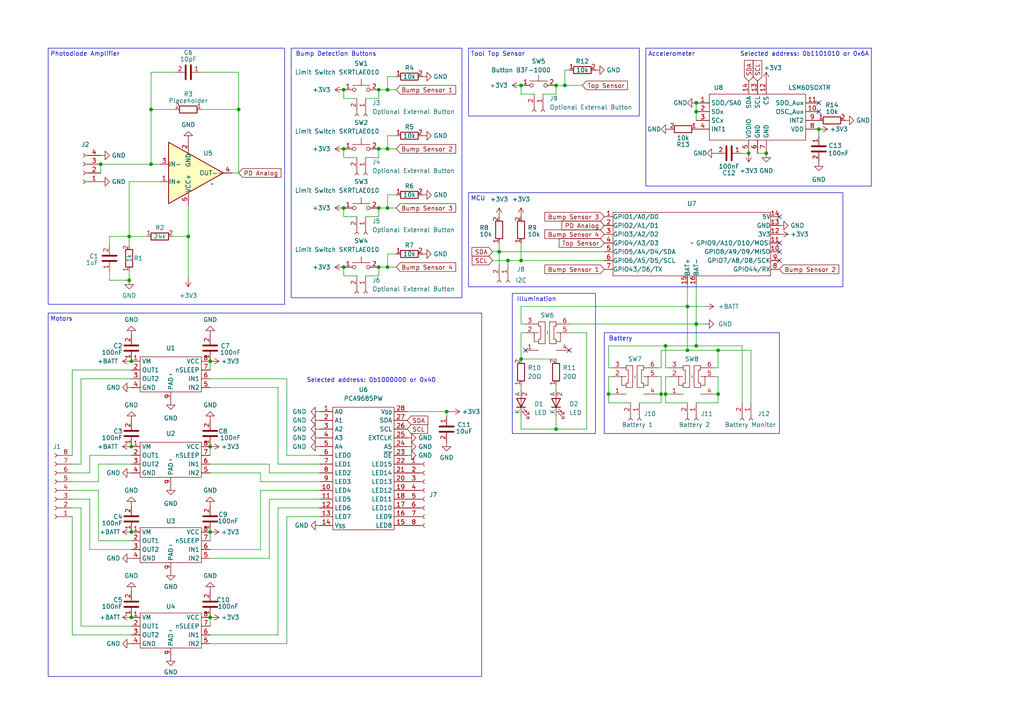
<source format=kicad_sch>
(kicad_sch (version 20230121) (generator eeschema)
  (paper "A4")
  (junction (at 191.77 114.3))
  (junction (at 151.13 24.765))
  (junction (at 199.39 101.6))
  (junction (at 222.25 44.45))
  (junction (at 201.93 29.845))
  (junction (at 112.395 60.325))
  (junction (at 129.54 119.38))
  (junction (at 201.93 100.33))
  (junction (at 112.395 43.18))
  (junction (at 151.13 75.565))
  (junction (at 60.96 104.775))
  (junction (at 217.17 44.45))
  (junction (at 60.96 179.07))
  (junction (at 161.29 24.765))
  (junction (at 37.465 68.58))
  (junction (at 38.1 104.775))
  (junction (at 237.49 37.465))
  (junction (at 161.29 124.46))
  (junction (at 151.13 104.14))
  (junction (at 109.855 77.47))
  (junction (at 29.21 47.625))
  (junction (at 99.695 77.47))
  (junction (at 99.695 60.325))
  (junction (at 193.04 114.3))
  (junction (at 109.855 60.325))
  (junction (at 199.39 88.9))
  (junction (at 60.96 129.54))
  (junction (at 176.53 114.3))
  (junction (at 99.695 26.035))
  (junction (at 147.32 75.565))
  (junction (at 144.78 73.025))
  (junction (at 99.695 43.18))
  (junction (at 37.465 81.28))
  (junction (at 109.855 26.035))
  (junction (at 208.28 114.3))
  (junction (at 43.815 31.75))
  (junction (at 163.83 24.765))
  (junction (at 201.93 32.385))
  (junction (at 43.815 47.625))
  (junction (at 38.1 129.54))
  (junction (at 112.395 77.47))
  (junction (at 193.04 100.33))
  (junction (at 38.1 179.07))
  (junction (at 112.395 26.035))
  (junction (at 109.855 43.18))
  (junction (at 38.1 154.305))
  (junction (at 208.28 101.6))
  (junction (at 60.96 154.305))
  (junction (at 69.215 31.75))
  (junction (at 54.61 68.58))
  (junction (at 201.93 93.98))
  (no_connect (at 237.49 29.845))
  (no_connect (at 226.06 73.025))
  (no_connect (at 152.4 101.6))
  (no_connect (at 165.1 101.6))
  (no_connect (at 226.06 62.865))
  (no_connect (at 237.49 32.385))
  (no_connect (at 226.06 75.565))
  (no_connect (at 226.06 70.485))
  (wire (pts (xy 92.71 142.24) (xy 75.565 142.24)))
  (wire (pts (xy 152.4 96.52) (xy 151.13 96.52)))
  (wire (pts (xy 144.78 70.485) (xy 144.78 73.025)))
  (wire (pts (xy 106.045 80.01) (xy 109.855 80.01)))
  (wire (pts (xy 92.71 134.62) (xy 80.645 134.62)))
  (wire (pts (xy 78.105 161.925) (xy 60.96 161.925)))
  (wire (pts (xy 109.855 28.575) (xy 109.855 26.035)))
  (wire (pts (xy 217.805 101.6) (xy 217.805 116.84)))
  (wire (pts (xy 176.53 106.68) (xy 176.53 100.33)))
  (wire (pts (xy 151.13 93.98) (xy 151.13 88.9)))
  (wire (pts (xy 26.035 159.385) (xy 26.035 144.78)))
  (wire (pts (xy 191.77 101.6) (xy 199.39 101.6)))
  (wire (pts (xy 151.13 124.46) (xy 161.29 124.46)))
  (wire (pts (xy 129.54 119.38) (xy 130.81 119.38)))
  (wire (pts (xy 58.42 20.955) (xy 69.215 20.955)))
  (wire (pts (xy 23.495 147.32) (xy 23.495 181.61)))
  (wire (pts (xy 201.93 93.98) (xy 204.47 93.98)))
  (wire (pts (xy 26.035 137.16) (xy 26.035 132.08)))
  (wire (pts (xy 26.035 144.78) (xy 20.955 144.78)))
  (wire (pts (xy 144.78 73.025) (xy 175.26 73.025)))
  (wire (pts (xy 75.565 137.16) (xy 60.96 137.16)))
  (wire (pts (xy 190.5 114.3) (xy 191.77 114.3)))
  (wire (pts (xy 201.93 29.845) (xy 201.93 32.385)))
  (wire (pts (xy 129.54 119.38) (xy 129.54 120.65)))
  (wire (pts (xy 165.1 96.52) (xy 170.18 96.52)))
  (wire (pts (xy 106.045 45.72) (xy 109.855 45.72)))
  (wire (pts (xy 176.53 114.3) (xy 176.53 109.22)))
  (wire (pts (xy 208.28 116.84) (xy 208.28 114.3)))
  (wire (pts (xy 193.04 116.84) (xy 193.04 114.3)))
  (wire (pts (xy 112.395 39.37) (xy 114.935 39.37)))
  (wire (pts (xy 207.01 114.3) (xy 208.28 114.3)))
  (wire (pts (xy 50.165 68.58) (xy 54.61 68.58)))
  (wire (pts (xy 151.13 93.98) (xy 152.4 93.98)))
  (wire (pts (xy 201.93 100.33) (xy 215.265 100.33)))
  (wire (pts (xy 92.71 137.16) (xy 78.105 137.16)))
  (wire (pts (xy 29.21 47.625) (xy 43.815 47.625)))
  (wire (pts (xy 112.395 77.47) (xy 114.935 77.47)))
  (wire (pts (xy 103.505 28.575) (xy 99.695 28.575)))
  (wire (pts (xy 208.28 101.6) (xy 217.805 101.6)))
  (wire (pts (xy 201.93 82.55) (xy 201.93 93.98)))
  (wire (pts (xy 112.395 73.66) (xy 114.935 73.66)))
  (wire (pts (xy 109.855 26.035) (xy 112.395 26.035)))
  (wire (pts (xy 147.32 75.565) (xy 147.32 76.835)))
  (wire (pts (xy 161.29 120.65) (xy 161.29 124.46)))
  (wire (pts (xy 20.955 137.16) (xy 26.035 137.16)))
  (wire (pts (xy 20.955 139.7) (xy 28.575 139.7)))
  (wire (pts (xy 58.42 31.75) (xy 69.215 31.75)))
  (wire (pts (xy 75.565 139.7) (xy 75.565 137.16)))
  (wire (pts (xy 144.78 73.025) (xy 144.78 76.835)))
  (wire (pts (xy 92.71 149.86) (xy 83.185 149.86)))
  (wire (pts (xy 103.505 62.865) (xy 99.695 62.865)))
  (wire (pts (xy 60.96 179.07) (xy 60.96 181.61)))
  (wire (pts (xy 207.01 109.22) (xy 208.28 109.22)))
  (wire (pts (xy 215.265 44.45) (xy 217.17 44.45)))
  (wire (pts (xy 151.13 111.76) (xy 151.13 113.03)))
  (wire (pts (xy 106.045 62.865) (xy 109.855 62.865)))
  (wire (pts (xy 37.465 68.58) (xy 31.75 68.58)))
  (wire (pts (xy 20.955 147.32) (xy 23.495 147.32)))
  (wire (pts (xy 43.815 20.955) (xy 50.8 20.955)))
  (wire (pts (xy 75.565 159.385) (xy 60.96 159.385)))
  (wire (pts (xy 199.39 116.84) (xy 193.04 116.84)))
  (wire (pts (xy 28.575 142.24) (xy 28.575 156.845)))
  (wire (pts (xy 78.105 137.16) (xy 78.105 134.62)))
  (wire (pts (xy 177.8 106.68) (xy 176.53 106.68)))
  (wire (pts (xy 237.49 39.37) (xy 237.49 37.465)))
  (wire (pts (xy 161.29 111.76) (xy 161.29 113.03)))
  (wire (pts (xy 161.29 24.765) (xy 163.83 24.765)))
  (wire (pts (xy 92.71 132.08) (xy 83.185 132.08)))
  (wire (pts (xy 20.955 107.315) (xy 38.1 107.315)))
  (wire (pts (xy 92.71 139.7) (xy 75.565 139.7)))
  (wire (pts (xy 191.77 106.68) (xy 191.77 101.6)))
  (wire (pts (xy 69.215 31.75) (xy 69.215 50.165)))
  (wire (pts (xy 103.505 45.72) (xy 99.695 45.72)))
  (wire (pts (xy 193.04 100.33) (xy 201.93 100.33)))
  (wire (pts (xy 43.815 20.955) (xy 43.815 31.75)))
  (wire (pts (xy 60.96 129.54) (xy 60.96 132.08)))
  (wire (pts (xy 80.645 184.15) (xy 60.96 184.15)))
  (wire (pts (xy 20.955 142.24) (xy 28.575 142.24)))
  (wire (pts (xy 163.83 24.765) (xy 168.91 24.765)))
  (wire (pts (xy 37.465 52.705) (xy 37.465 68.58)))
  (wire (pts (xy 80.645 134.62) (xy 80.645 112.395)))
  (wire (pts (xy 69.215 20.955) (xy 69.215 31.75)))
  (wire (pts (xy 43.815 47.625) (xy 46.355 47.625)))
  (wire (pts (xy 118.11 119.38) (xy 129.54 119.38)))
  (wire (pts (xy 112.395 60.325) (xy 112.395 56.515)))
  (wire (pts (xy 142.875 73.025) (xy 144.78 73.025)))
  (wire (pts (xy 215.265 100.33) (xy 215.265 116.84)))
  (wire (pts (xy 83.185 132.08) (xy 83.185 109.855)))
  (wire (pts (xy 83.185 149.86) (xy 83.185 186.69)))
  (wire (pts (xy 23.495 109.855) (xy 38.1 109.855)))
  (wire (pts (xy 151.13 88.9) (xy 199.39 88.9)))
  (wire (pts (xy 199.39 101.6) (xy 208.28 101.6)))
  (wire (pts (xy 151.13 120.65) (xy 151.13 124.46)))
  (wire (pts (xy 20.955 149.86) (xy 20.955 184.15)))
  (wire (pts (xy 54.61 59.69) (xy 54.61 68.58)))
  (wire (pts (xy 112.395 43.18) (xy 112.395 39.37)))
  (wire (pts (xy 199.39 88.9) (xy 204.47 88.9)))
  (wire (pts (xy 20.955 184.15) (xy 38.1 184.15)))
  (wire (pts (xy 28.575 134.62) (xy 38.1 134.62)))
  (wire (pts (xy 201.93 32.385) (xy 201.93 34.925)))
  (wire (pts (xy 69.215 50.165) (xy 67.31 50.165)))
  (wire (pts (xy 193.04 114.3) (xy 193.04 109.22)))
  (wire (pts (xy 28.575 139.7) (xy 28.575 134.62)))
  (wire (pts (xy 99.695 62.865) (xy 99.695 60.325)))
  (wire (pts (xy 201.93 93.98) (xy 201.93 100.33)))
  (wire (pts (xy 54.61 68.58) (xy 54.61 80.645)))
  (wire (pts (xy 46.355 52.705) (xy 37.465 52.705)))
  (wire (pts (xy 170.18 124.46) (xy 170.18 96.52)))
  (wire (pts (xy 161.29 124.46) (xy 170.18 124.46)))
  (wire (pts (xy 193.04 109.22) (xy 194.31 109.22)))
  (wire (pts (xy 80.645 112.395) (xy 60.96 112.395)))
  (wire (pts (xy 75.565 142.24) (xy 75.565 159.385)))
  (wire (pts (xy 60.96 134.62) (xy 78.105 134.62)))
  (wire (pts (xy 182.88 116.84) (xy 176.53 116.84)))
  (wire (pts (xy 191.77 109.22) (xy 190.5 109.22)))
  (wire (pts (xy 99.695 80.01) (xy 99.695 77.47)))
  (wire (pts (xy 99.695 28.575) (xy 99.695 26.035)))
  (wire (pts (xy 31.75 78.74) (xy 31.75 81.28)))
  (wire (pts (xy 185.42 116.84) (xy 191.77 116.84)))
  (wire (pts (xy 161.29 27.305) (xy 161.29 24.765)))
  (wire (pts (xy 109.855 43.18) (xy 112.395 43.18)))
  (wire (pts (xy 83.185 186.69) (xy 60.96 186.69)))
  (wire (pts (xy 112.395 26.035) (xy 114.935 26.035)))
  (wire (pts (xy 201.93 116.84) (xy 208.28 116.84)))
  (wire (pts (xy 163.83 20.32) (xy 163.83 24.765)))
  (wire (pts (xy 112.395 77.47) (xy 112.395 73.66)))
  (wire (pts (xy 109.855 77.47) (xy 112.395 77.47)))
  (wire (pts (xy 191.77 114.3) (xy 191.77 109.22)))
  (wire (pts (xy 112.395 60.325) (xy 114.935 60.325)))
  (wire (pts (xy 165.1 20.32) (xy 163.83 20.32)))
  (wire (pts (xy 199.39 88.9) (xy 199.39 101.6)))
  (wire (pts (xy 28.575 156.845) (xy 38.1 156.845)))
  (wire (pts (xy 151.13 75.565) (xy 175.26 75.565)))
  (wire (pts (xy 80.645 147.32) (xy 80.645 184.15)))
  (wire (pts (xy 151.13 70.485) (xy 151.13 75.565)))
  (wire (pts (xy 142.875 75.565) (xy 147.32 75.565)))
  (wire (pts (xy 157.48 27.305) (xy 161.29 27.305)))
  (wire (pts (xy 109.855 80.01) (xy 109.855 77.47)))
  (wire (pts (xy 176.53 114.3) (xy 177.8 114.3)))
  (wire (pts (xy 99.695 45.72) (xy 99.695 43.18)))
  (wire (pts (xy 208.28 114.3) (xy 208.28 109.22)))
  (wire (pts (xy 92.71 147.32) (xy 80.645 147.32)))
  (wire (pts (xy 42.545 68.58) (xy 37.465 68.58)))
  (wire (pts (xy 31.75 68.58) (xy 31.75 71.12)))
  (wire (pts (xy 78.105 144.78) (xy 78.105 161.925)))
  (wire (pts (xy 37.465 68.58) (xy 37.465 71.12)))
  (wire (pts (xy 83.185 109.855) (xy 60.96 109.855)))
  (wire (pts (xy 43.815 31.75) (xy 43.815 47.625)))
  (wire (pts (xy 193.04 114.3) (xy 194.31 114.3)))
  (wire (pts (xy 176.53 116.84) (xy 176.53 114.3)))
  (wire (pts (xy 106.045 28.575) (xy 109.855 28.575)))
  (wire (pts (xy 208.28 106.68) (xy 207.01 106.68)))
  (wire (pts (xy 43.815 31.75) (xy 50.8 31.75)))
  (wire (pts (xy 151.13 27.305) (xy 151.13 24.765)))
  (wire (pts (xy 193.04 100.33) (xy 193.04 106.68)))
  (wire (pts (xy 193.04 106.68) (xy 194.31 106.68)))
  (wire (pts (xy 151.13 96.52) (xy 151.13 104.14)))
  (wire (pts (xy 191.77 106.68) (xy 190.5 106.68)))
  (wire (pts (xy 112.395 56.515) (xy 114.935 56.515)))
  (wire (pts (xy 154.94 27.305) (xy 151.13 27.305)))
  (wire (pts (xy 23.495 181.61) (xy 38.1 181.61)))
  (wire (pts (xy 20.955 132.08) (xy 20.955 107.315)))
  (wire (pts (xy 38.1 159.385) (xy 26.035 159.385)))
  (wire (pts (xy 112.395 26.035) (xy 112.395 22.225)))
  (wire (pts (xy 92.71 144.78) (xy 78.105 144.78)))
  (wire (pts (xy 151.13 104.14) (xy 161.29 104.14)))
  (wire (pts (xy 112.395 22.225) (xy 114.935 22.225)))
  (wire (pts (xy 109.855 45.72) (xy 109.855 43.18)))
  (wire (pts (xy 165.1 93.98) (xy 201.93 93.98)))
  (wire (pts (xy 23.495 134.62) (xy 23.495 109.855)))
  (wire (pts (xy 112.395 43.18) (xy 114.935 43.18)))
  (wire (pts (xy 60.96 154.305) (xy 60.96 156.845)))
  (wire (pts (xy 176.53 109.22) (xy 177.8 109.22)))
  (wire (pts (xy 219.71 44.45) (xy 222.25 44.45)))
  (wire (pts (xy 31.75 81.28) (xy 37.465 81.28)))
  (wire (pts (xy 147.32 75.565) (xy 151.13 75.565)))
  (wire (pts (xy 37.465 78.74) (xy 37.465 81.28)))
  (wire (pts (xy 29.21 47.625) (xy 29.21 50.165)))
  (wire (pts (xy 20.955 134.62) (xy 23.495 134.62)))
  (wire (pts (xy 208.28 101.6) (xy 208.28 106.68)))
  (wire (pts (xy 191.77 116.84) (xy 191.77 114.3)))
  (wire (pts (xy 109.855 60.325) (xy 112.395 60.325)))
  (wire (pts (xy 60.96 104.775) (xy 60.96 107.315)))
  (wire (pts (xy 199.39 82.55) (xy 199.39 88.9)))
  (wire (pts (xy 103.505 80.01) (xy 99.695 80.01)))
  (wire (pts (xy 109.855 62.865) (xy 109.855 60.325)))
  (wire (pts (xy 176.53 100.33) (xy 193.04 100.33)))
  (wire (pts (xy 26.035 132.08) (xy 38.1 132.08)))
  (rectangle (start 187.325 13.97) (end 252.73 53.975))
  (rectangle (start 175.26 96.52) (end 226.06 125.73))
  (rectangle (start 84.455 13.97) (end 133.985 86.36))
  (rectangle (start 13.97 90.805) (end 139.7 196.215))
  (rectangle (start 135.89 13.97) (end 185.42 33.655))
  (rectangle (start 135.89 55.88) (end 244.475 83.185))
  (rectangle (start 13.97 13.97) (end 82.55 88.265))
  (rectangle (start 148.59 85.09) (end 172.72 125.73))
  (text "Battery" (at 176.53 99.06 0) (effects (font (size 1.27 1.27)) (justify left bottom)))
  (text "Accelerometer" (at 187.96 16.51 0) (effects (font (size 1.27 1.27)) (justify left bottom)))
  (text "Tool Top Sensor" (at 136.525 16.51 0) (effects (font (size 1.27 1.27)) (justify left bottom)))
  (text "Selected address: 0b1101010 or 0x6A" (at 214.63 16.51 0) (effects (font (size 1.27 1.27)) (justify left bottom)))
  (text "MCU" (at 136.525 58.42 0) (effects (font (size 1.27 1.27)) (justify left bottom)))
  (text "Selected address: 0b1000000 or 0x40" (at 88.9 111.125 0) (effects (font (size 1.27 1.27)) (justify left bottom)))
  (text "Illumination" (at 149.86 87.63 0) (effects (font (size 1.27 1.27)) (justify left bottom)))
  (text "Photodiode Amplifier" (at 14.605 16.51 0) (effects (font (size 1.27 1.27)) (justify left bottom)))
  (text "Motors" (at 14.605 93.345 0) (effects (font (size 1.27 1.27)) (justify left bottom)))
  (text "Bump Detection Buttons" (at 85.725 16.51 0) (effects (font (size 1.27 1.27)) (justify left bottom)))
  (global_label "Bump Sensor 1" (shape input) (at 175.26 78.105 180) (property "Intersheetrefs" "${INTERSHEET_REFS}" (effects hide)))
  (global_label "Top Sensor" (shape input) (at 175.26 70.485 180) (property "Intersheetrefs" "${INTERSHEET_REFS}" (effects hide)))
  (global_label "Bump Sensor 3" (shape input) (at 114.935 60.325 0) (property "Intersheetrefs" "${INTERSHEET_REFS}" (effects hide)))
  (global_label "PD Analog" (shape input) (at 69.215 50.165 0) (property "Intersheetrefs" "${INTERSHEET_REFS}" (effects hide)))
  (global_label "Bump Sensor 4" (shape input) (at 175.26 67.945 180) (property "Intersheetrefs" "${INTERSHEET_REFS}" (effects hide)))
  (global_label "SCL" (shape input) (at 142.875 75.565 180) (property "Intersheetrefs" "${INTERSHEET_REFS}" (effects hide)))
  (global_label "SDA" (shape input) (at 142.875 73.025 180) (property "Intersheetrefs" "${INTERSHEET_REFS}" (effects hide)))
  (global_label "SDA" (shape input) (at 118.11 121.92 0) (property "Intersheetrefs" "${INTERSHEET_REFS}" (effects hide)))
  (global_label "PD Analog" (shape input) (at 175.26 65.405 180) (property "Intersheetrefs" "${INTERSHEET_REFS}" (effects hide)))
  (global_label "Top Sensor" (shape input) (at 168.91 24.765 0) (property "Intersheetrefs" "${INTERSHEET_REFS}" (effects hide)))
  (global_label "Bump Sensor 2" (shape input) (at 226.06 78.105 0) (property "Intersheetrefs" "${INTERSHEET_REFS}" (effects hide)))
  (global_label "SCL" (shape input) (at 118.11 124.46 0) (property "Intersheetrefs" "${INTERSHEET_REFS}" (effects hide)))
  (global_label "Bump Sensor 4" (shape input) (at 114.935 77.47 0) (property "Intersheetrefs" "${INTERSHEET_REFS}" (effects hide)))
  (global_label "Bump Sensor 2" (shape input) (at 114.935 43.18 0) (property "Intersheetrefs" "${INTERSHEET_REFS}" (effects hide)))
  (global_label "Bump Sensor 1" (shape input) (at 114.935 26.035 0) (property "Intersheetrefs" "${INTERSHEET_REFS}" (effects hide)))
  (global_label "Bump Sensor 3" (shape input) (at 175.26 62.865 180) (property "Intersheetrefs" "${INTERSHEET_REFS}" (effects hide)))
  (global_label "SCL" (shape input) (at 219.71 23.495 90) (property "Intersheetrefs" "${INTERSHEET_REFS}" (effects hide)))
  (global_label "SDA" (shape input) (at 217.17 23.495 90) (property "Intersheetrefs" "${INTERSHEET_REFS}" (effects hide)))
  (symbol (lib_id "Swarm Symbols:Conn_01x08_Socket") (at 123.19 142.24 0) (unit 1) (in_bom no)
    (property "Reference" "J7" (at 124.46 143.51 0) (effects (justify left)))
    (property "Value" "Conn_01x08_Socket" (effects hide))
    (property "Footprint" "Swarm Footprints:PinHeader_1x08_P2.54mm_Vertical" (effects hide))
  )
  (symbol (lib_id "power:+3V3") (at 151.13 62.865 0) (unit 1)
    (property "Reference" "#PWR050" (effects hide))
    (property "Value" "+3V3" (at 151.13 57.785 0))
  )
  (symbol (lib_id "power:+BATT") (at 38.1 179.07 90) (unit 1)
    (property "Reference" "#PWR014" (effects hide))
    (property "Value" "+BATT" (at 34.925 179.07 90) (effects (justify left)))
  )
  (symbol (lib_id "power:GND") (at 38.1 121.92 180) (unit 1)
    (property "Reference" "#PWR07" (effects hide))
    (property "Value" "GND" (at 38.1 117.475 0))
  )
  (symbol (lib_id "power:+3V3") (at 60.96 104.775 270) (unit 1)
    (property "Reference" "#PWR023" (effects hide))
    (property "Value" "+3V3" (at 64.135 104.775 90) (effects (justify left)))
  )
  (symbol (lib_id "power:GND") (at 201.93 29.845 270) (unit 1)
    (property "Reference" "#PWR053" (effects hide))
    (property "Value" "GND" (at 199.39 29.845 90) (effects (justify right)))
  )
  (symbol (lib_id "Swarm Symbols:Conn_01x02_Socket") (at 147.32 81.915 270) (unit 1) (in_bom no)
    (property "Reference" "J8" (at 149.86 78.105 90) (effects (justify left)))
    (property "Value" "I2C" (at 151.13 81.28 90))
    (property "Footprint" "Swarm Footprints:PinHeader_1x02_P2.54mm_Vertical" (effects hide))
  )
  (symbol (lib_id "power:+3V3") (at 99.695 60.325 90) (unit 1)
    (property "Reference" "#PWR038" (effects hide))
    (property "Value" "+3V3" (at 95.885 60.325 90) (effects (justify left)))
  )
  (symbol (lib_id "power:GND") (at 49.53 190.5 0) (unit 1)
    (property "Reference" "#PWR019" (effects hide))
    (property "Value" "GND" (at 49.53 194.945 0))
  )
  (symbol (lib_id "power:GND") (at 60.96 171.45 180) (unit 1)
    (property "Reference" "#PWR028" (effects hide))
    (property "Value" "GND" (at 60.96 167.005 0))
  )
  (symbol (lib_id "power:GND") (at 37.465 81.28 0) (unit 1)
    (property "Reference" "#PWR03" (effects hide))
    (property "Value" "GND" (at 37.465 85.725 0))
  )
  (symbol (lib_id "power:+3V3") (at 99.695 26.035 90) (unit 1)
    (property "Reference" "#PWR036" (effects hide))
    (property "Value" "+3V3" (at 95.885 26.035 90) (effects (justify left)))
  )
  (symbol (lib_id "Swarm Symbols:24k") (at 46.355 68.58 0) (unit 1)
    (property "Reference" "R2" (at 46.355 66.04 0))
    (property "Value" "24k" (at 46.355 68.58 0))
    (property "Footprint" "Swarm Footprints:R_0402_1005Metric" (effects hide))
    (property "LCSC" "C25769" (effects hide))
  )
  (symbol (lib_id "Swarm Symbols:JST Connector") (at 201.93 121.92 270) (unit 1)
    (property "Reference" "J11" (at 203.2 120.015 90) (effects (justify left)))
    (property "Value" "Battery 2" (at 196.85 123.19 90) (effects (justify left)))
    (property "Footprint" "Swarm Footprints:JST_PH_B2B-PH-SM4-TB_1x02-1MP_P2.00mm_Vertical" (effects hide))
    (property "LCSC" "C160352" (effects hide))
  )
  (symbol (lib_id "Swarm Symbols:1uF") (at 31.75 74.93 90) (unit 1)
    (property "Reference" "C1" (at 28.575 74.295 90) (effects (justify left)))
    (property "Value" "1uF" (at 28.575 76.2 90) (effects (justify left)))
    (property "Footprint" "Swarm Footprints:C_0402_1005Metric" (effects hide))
    (property "LCSC" "C52923" (effects hide))
  )
  (symbol (lib_id "Swarm Symbols:JST Connector") (at 185.42 121.92 270) (unit 1)
    (property "Reference" "J10" (at 186.69 120.015 90) (effects (justify left)))
    (property "Value" "Battery 1" (at 180.34 123.19 90) (effects (justify left)))
    (property "Footprint" "Swarm Footprints:JST_PH_B2B-PH-SM4-TB_1x02-1MP_P2.00mm_Vertical" (effects hide))
    (property "LCSC" "C160352" (effects hide))
  )
  (symbol (lib_id "Swarm Symbols:100nF") (at 60.96 175.26 90) (unit 1)
    (property "Reference" "C10" (at 66.675 173.99 90) (effects (justify left)))
    (property "Value" "100nF" (at 69.215 175.895 90) (effects (justify left)))
    (property "Footprint" "Swarm Footprints:C_0402_1005Metric" (effects hide))
    (property "LCSC" "C307331" (effects hide))
  )
  (symbol (lib_id "Swarm Symbols:100nF") (at 237.49 43.18 270) (unit 1)
    (property "Reference" "C13" (at 242.2525 42.2275 90))
    (property "Value" "100nF" (at 243.205 44.45 90))
    (property "Footprint" "Swarm Footprints:C_0402_1005Metric" (effects hide))
    (property "LCSC" "C307331" (effects hide))
  )
  (symbol (lib_id "Swarm Symbols:DRV8837") (at 49.53 182.88 0) (unit 1)
    (property "Reference" "U4" (at 49.53 175.895 0))
    (property "Value" "~" (at 49.53 182.88 0))
    (property "Footprint" "Swarm Footprints:WSON-8-EP(2x2)" (effects hide))
    (property "LCSC" "C39159" (effects hide))
  )
  (symbol (lib_id "Swarm Symbols:MS-22D280-G020") (at 184.15 109.22 90) (unit 1)
    (property "Reference" "SW7" (at 184.15 104.14 90))
    (property "Value" "~" (at 184.15 109.22 0))
    (property "Footprint" "Swarm Footprints:MS-22D28-G020" (effects hide))
    (property "LCSC" "C963205" (effects hide))
  )
  (symbol (lib_id "Swarm Symbols:100nF") (at 60.96 150.495 90) (unit 1)
    (property "Reference" "C9" (at 66.04 149.225 90) (effects (justify left)))
    (property "Value" "100nF" (at 69.215 151.13 90) (effects (justify left)))
    (property "Footprint" "Swarm Footprints:C_0402_1005Metric" (effects hide))
    (property "LCSC" "C307331" (effects hide))
  )
  (symbol (lib_id "Swarm Symbols:10uF") (at 129.54 124.46 270) (unit 1)
    (property "Reference" "C11" (at 134.62 123.19 90))
    (property "Value" "10uF" (at 134.62 125.095 90))
    (property "Footprint" "Swarm Footprints:C_0603_1608Metric" (effects hide))
    (property "LCSC" "C96446" (effects hide))
  )
  (symbol (lib_id "power:GND") (at 92.71 124.46 270) (unit 1)
    (property "Reference" "#PWR032" (effects hide))
    (property "Value" "GND" (at 88.9 124.46 90) (effects (justify right)))
  )
  (symbol (lib_id "Swarm Symbols:1k") (at 37.465 74.93 90) (unit 1)
    (property "Reference" "R1" (at 38.735 74.93 90) (effects (justify right)))
    (property "Value" "1k" (at 37.465 73.66 0) (effects (justify right)))
    (property "Footprint" "Swarm Footprints:R_0402_1005Metric" (effects hide))
    (property "LCSC" "C11702" (effects hide))
  )
  (symbol (lib_id "power:+3V3") (at 237.49 37.465 270) (unit 1)
    (property "Reference" "#PWR062" (effects hide))
    (property "Value" "+3V3" (at 240.665 37.465 90) (effects (justify left)))
  )
  (symbol (lib_id "Swarm Symbols:LMV321") (at 57.15 50.165 0) (unit 1)
    (property "Reference" "U5" (at 60.325 44.45 0))
    (property "Value" "~" (at 60.96 53.34 0) (effects (justify left)))
    (property "Footprint" "Swarm Footprints:SOT-23-5" (effects hide))
    (property "LCSC" "C395459" (effects hide))
  )
  (symbol (lib_id "Swarm Symbols:10k") (at 118.745 39.37 0) (unit 1)
    (property "Reference" "R5" (at 118.745 36.83 0))
    (property "Value" "10k" (at 118.745 39.37 0))
    (property "Footprint" "Swarm Footprints:R_0402_1005Metric" (effects hide))
    (property "LCSC" "C25744" (effects hide))
  )
  (symbol (lib_id "Swarm Symbols:10k") (at 118.745 56.515 0) (unit 1)
    (property "Reference" "R6" (at 118.745 53.975 0))
    (property "Value" "10k" (at 118.745 56.515 0))
    (property "Footprint" "Swarm Footprints:R_0402_1005Metric" (effects hide))
    (property "LCSC" "C25744" (effects hide))
  )
  (symbol (lib_id "power:GND") (at 245.11 34.925 90) (unit 1)
    (property "Reference" "#PWR064" (effects hide))
    (property "Value" "GND" (at 248.285 34.925 90) (effects (justify right)))
  )
  (symbol (lib_id "Swarm Symbols:Conn_01x02_Socket") (at 106.045 85.09 270) (unit 1) (in_bom no)
    (property "Reference" "J6" (at 107.95 81.28 90) (effects (justify left)))
    (property "Value" "Optional External Button" (at 107.95 83.82 90) (effects (justify left)))
    (property "Footprint" "Swarm Footprints:PinHeader_1x02_P2.54mm_Vertical" (effects hide))
  )
  (symbol (lib_id "power:GND") (at 92.71 121.92 270) (unit 1)
    (property "Reference" "#PWR031" (effects hide))
    (property "Value" "GND" (at 88.9 121.92 90) (effects (justify right)))
  )
  (symbol (lib_id "Swarm Symbols:10k") (at 168.91 20.32 0) (unit 1)
    (property "Reference" "R12" (at 168.91 17.78 0))
    (property "Value" "10k" (at 168.91 20.32 0))
    (property "Footprint" "Swarm Footprints:R_0402_1005Metric" (effects hide))
    (property "LCSC" "C25744" (effects hide))
  )
  (symbol (lib_id "power:+3V3") (at 99.695 43.18 90) (unit 1)
    (property "Reference" "#PWR037" (effects hide))
    (property "Value" "+3V3" (at 95.885 43.18 90) (effects (justify left)))
  )
  (symbol (lib_id "power:GND") (at 38.1 161.925 270) (unit 1)
    (property "Reference" "#PWR012" (effects hide))
    (property "Value" "GND" (at 34.925 161.925 90) (effects (justify right)))
  )
  (symbol (lib_id "power:GND") (at 92.71 127 270) (unit 1)
    (property "Reference" "#PWR033" (effects hide))
    (property "Value" "GND" (at 88.9 127 90) (effects (justify right)))
  )
  (symbol (lib_id "power:GND") (at 207.645 44.45 270) (unit 1)
    (property "Reference" "#PWR056" (effects hide))
    (property "Value" "GND" (at 205.105 44.45 90) (effects (justify right)))
  )
  (symbol (lib_id "power:GND") (at 118.11 129.54 90) (unit 1)
    (property "Reference" "#PWR041" (effects hide))
    (property "Value" "GND" (at 121.285 129.54 90) (effects (justify right)))
  )
  (symbol (lib_id "Swarm Symbols:Conn_01x02_Socket") (at 106.045 67.945 270) (unit 1) (in_bom no)
    (property "Reference" "J5" (at 107.95 64.135 90) (effects (justify left)))
    (property "Value" "Optional External Button" (at 107.95 66.675 90) (effects (justify left)))
    (property "Footprint" "Swarm Footprints:PinHeader_1x02_P2.54mm_Vertical" (effects hide))
  )
  (symbol (lib_id "power:GND") (at 122.555 56.515 90) (unit 1)
    (property "Reference" "#PWR044" (effects hide))
    (property "Value" "GND" (at 125.73 56.515 90) (effects (justify right)))
  )
  (symbol (lib_id "power:GND") (at 194.31 37.465 270) (unit 1)
    (property "Reference" "#PWR052" (effects hide))
    (property "Value" "GND" (at 191.77 37.465 90) (effects (justify right)))
  )
  (symbol (lib_id "Swarm Symbols:Conn_01x04_Socket") (at 24.13 50.165 180) (unit 1) (in_bom no)
    (property "Reference" "J2" (at 24.765 41.91 0))
    (property "Value" "Conn_01x04_Socket" (effects hide))
    (property "Footprint" "Swarm Footprints:PinHeader_1x04_P2.54mm_Vertical" (effects hide))
  )
  (symbol (lib_id "Swarm Symbols:100nF") (at 38.1 125.73 90) (unit 1)
    (property "Reference" "C3" (at 35.56 125.095 90) (effects (justify left)))
    (property "Value" "100nF" (at 35.56 127 90) (effects (justify left)))
    (property "Footprint" "Swarm Footprints:C_0402_1005Metric" (effects hide))
    (property "LCSC" "C307331" (effects hide))
  )
  (symbol (lib_id "Swarm Symbols:Limit Switch SKRTLAE010") (at 104.775 26.035 0) (unit 1)
    (property "Reference" "SW1" (at 104.775 18.415 0))
    (property "Value" "Limit Switch SKRTLAE010" (at 97.79 20.955 0))
    (property "Footprint" "Swarm Footprints:SW_Push_1P1T-MP_NO_Horizontal_Alps_SKRTLAE010" (effects hide))
    (property "LCSC" "C110293" (effects hide))
  )
  (symbol (lib_id "power:GND") (at 49.53 116.205 0) (unit 1)
    (property "Reference" "#PWR016" (effects hide))
    (property "Value" "GND" (at 49.53 121.285 0))
  )
  (symbol (lib_id "power:+3V3") (at 144.78 62.865 0) (unit 1)
    (property "Reference" "#PWR048" (effects hide))
    (property "Value" "+3V3" (at 144.78 57.785 0))
  )
  (symbol (lib_id "power:GND") (at 118.11 132.08 90) (unit 1)
    (property "Reference" "#PWR065" (effects hide))
    (property "Value" "GND" (at 121.285 132.08 90) (effects (justify right)))
  )
  (symbol (lib_id "power:GND") (at 60.96 97.155 180) (unit 1)
    (property "Reference" "#PWR022" (effects hide))
    (property "Value" "GND" (at 60.96 92.71 0))
  )
  (symbol (lib_id "Swarm Symbols:10k") (at 118.745 73.66 0) (unit 1)
    (property "Reference" "R7" (at 118.745 71.12 0))
    (property "Value" "10k" (at 118.745 73.66 0))
    (property "Footprint" "Swarm Footprints:R_0402_1005Metric" (effects hide))
    (property "LCSC" "C25744" (effects hide))
  )
  (symbol (lib_id "power:GND") (at 38.1 112.395 270) (unit 1)
    (property "Reference" "#PWR06" (effects hide))
    (property "Value" "GND" (at 34.925 112.395 90) (effects (justify right)))
  )
  (symbol (lib_id "Swarm Symbols:DRV8837") (at 49.53 108.585 0) (unit 1)
    (property "Reference" "U1" (at 49.53 100.965 0))
    (property "Value" "~" (at 49.53 108.585 0))
    (property "Footprint" "Swarm Footprints:WSON-8-EP(2x2)" (effects hide))
    (property "LCSC" "C39159" (effects hide))
  )
  (symbol (lib_id "Swarm Symbols:Gain Resistor") (at 54.61 31.75 180) (unit 1) (in_bom no)
    (property "Reference" "R3" (at 54.61 27.305 0))
    (property "Value" "Placeholder" (at 54.61 29.21 0))
    (property "Footprint" "Swarm Footprints:R_Axial_DIN0207_L6.3mm_D2.5mm_P10.16mm_Horizontal" (effects hide))
  )
  (symbol (lib_id "Swarm Symbols:100nF") (at 38.1 175.26 90) (unit 1)
    (property "Reference" "C5" (at 35.56 173.99 90) (effects (justify left)))
    (property "Value" "100nF" (at 35.56 175.895 90) (effects (justify left)))
    (property "Footprint" "Swarm Footprints:C_0402_1005Metric" (effects hide))
    (property "LCSC" "C307331" (effects hide))
  )
  (symbol (lib_id "power:GND") (at 222.25 44.45 0) (unit 1)
    (property "Reference" "#PWR059" (effects hide))
    (property "Value" "GND" (at 222.25 49.53 0))
  )
  (symbol (lib_id "Swarm Symbols:XIAO_ESP32S3") (at 200.66 70.485 0) (unit 1) (in_bom no)
    (property "Reference" "U7" (at 200.66 59.055 0))
    (property "Value" "~" (at 200.66 70.485 0))
    (property "Footprint" "Swarm Footprints:XIAO_ESP32S3" (effects hide))
  )
  (symbol (lib_id "power:GND") (at 92.71 129.54 270) (unit 1)
    (property "Reference" "#PWR034" (effects hide))
    (property "Value" "GND" (at 88.9 129.54 90) (effects (justify right)))
  )
  (symbol (lib_id "power:GND") (at 226.06 65.405 90) (unit 1)
    (property "Reference" "#PWR060" (effects hide))
    (property "Value" "GND" (at 229.235 65.405 90) (effects (justify right)))
  )
  (symbol (lib_id "Swarm Symbols:10pF") (at 54.61 20.955 180) (unit 1)
    (property "Reference" "C6" (at 54.61 15.24 0))
    (property "Value" "10pF" (at 54.61 17.145 0))
    (property "Footprint" "Swarm Footprints:C_0402_1005Metric" (effects hide))
    (property "LCSC" "C32949" (effects hide))
  )
  (symbol (lib_id "power:+3V3") (at 60.96 129.54 270) (unit 1)
    (property "Reference" "#PWR025" (effects hide))
    (property "Value" "+3V3" (at 64.135 129.54 90) (effects (justify left)))
  )
  (symbol (lib_id "Swarm Symbols:LSM6DSOXTR") (at 219.71 33.655 0) (unit 1)
    (property "Reference" "U8" (at 207.01 25.4 0) (effects (justify left)))
    (property "Value" "LSM6DSOXTR" (at 228.6 25.4 0) (effects (justify left)))
    (property "Footprint" "Swarm Footprints:LGA-14_3x2.5mm_P0.5mm_LayoutBorder3x4y" (effects hide))
    (property "LCSC" "C481766" (effects hide))
  )
  (symbol (lib_id "Swarm Symbols:100nF") (at 38.1 100.965 90) (unit 1)
    (property "Reference" "C2" (at 35.56 100.33 90) (effects (justify left)))
    (property "Value" "100nF" (at 35.56 102.235 90) (effects (justify left)))
    (property "Footprint" "Swarm Footprints:C_0402_1005Metric" (effects hide))
    (property "LCSC" "C307331" (effects hide))
  )
  (symbol (lib_id "Swarm Symbols:Limit Switch SKRTLAE010") (at 104.775 43.18 0) (unit 1)
    (property "Reference" "SW2" (at 104.775 35.56 0))
    (property "Value" "Limit Switch SKRTLAE010" (at 97.79 38.1 0))
    (property "Footprint" "Swarm Footprints:SW_Push_1P1T-MP_NO_Horizontal_Alps_SKRTLAE010" (effects hide))
    (property "LCSC" "C110293" (effects hide))
  )
  (symbol (lib_id "power:GND") (at 122.555 22.225 90) (unit 1)
    (property "Reference" "#PWR042" (effects hide))
    (property "Value" "GND" (at 125.73 22.225 90) (effects (justify right)))
  )
  (symbol (lib_id "power:GND") (at 129.54 128.27 0) (unit 1)
    (property "Reference" "#PWR046" (effects hide))
    (property "Value" "GND" (at 129.54 132.715 0))
  )
  (symbol (lib_id "power:+BATT") (at 38.1 104.775 90) (unit 1)
    (property "Reference" "#PWR05" (effects hide))
    (property "Value" "+BATT" (at 34.29 104.775 90) (effects (justify left)))
  )
  (symbol (lib_id "power:+3V3") (at 54.61 80.645 180) (unit 1)
    (property "Reference" "#PWR021" (effects hide))
    (property "Value" "+3V3" (at 54.61 85.725 0))
  )
  (symbol (lib_id "power:GND") (at 54.61 40.64 180) (unit 1)
    (property "Reference" "#PWR020" (effects hide))
    (property "Value" "GND" (at 54.61 36.195 0))
  )
  (symbol (lib_id "power:GND") (at 38.1 171.45 180) (unit 1)
    (property "Reference" "#PWR013" (effects hide))
    (property "Value" "GND" (at 38.1 167.005 0))
  )
  (symbol (lib_id "power:GND") (at 38.1 146.685 180) (unit 1)
    (property "Reference" "#PWR010" (effects hide))
    (property "Value" "GND" (at 38.1 142.24 0))
  )
  (symbol (lib_id "Swarm Symbols:MS-22D280-G020") (at 158.75 96.52 90) (unit 1)
    (property "Reference" "SW6" (at 158.75 91.44 90))
    (property "Value" "~" (at 158.75 96.52 0))
    (property "Footprint" "Swarm Footprints:MS-22D28-G020" (effects hide))
    (property "LCSC" "C963205" (effects hide))
  )
  (symbol (lib_id "power:+BATT") (at 204.47 88.9 270) (unit 1)
    (property "Reference" "#PWR054" (effects hide))
    (property "Value" "+BATT" (at 208.28 88.9 90) (effects (justify left)))
  )
  (symbol (lib_id "Swarm Symbols:DRV8837") (at 49.53 133.35 0) (unit 1)
    (property "Reference" "U2" (at 49.53 125.73 0))
    (property "Value" "~" (at 49.53 133.35 0))
    (property "Footprint" "Swarm Footprints:WSON-8-EP(2x2)" (effects hide))
    (property "LCSC" "C39159" (effects hide))
  )
  (symbol (lib_id "power:GND") (at 122.555 73.66 90) (unit 1)
    (property "Reference" "#PWR045" (effects hide))
    (property "Value" "GND" (at 125.73 73.66 90) (effects (justify right)))
  )
  (symbol (lib_id "power:GND") (at 38.1 186.69 270) (unit 1)
    (property "Reference" "#PWR015" (effects hide))
    (property "Value" "GND" (at 34.925 186.69 90) (effects (justify right)))
  )
  (symbol (lib_id "Swarm Symbols:LED") (at 161.29 116.84 90) (unit 1)
    (property "Reference" "D2" (at 165.1 117.1575 90) (effects (justify right)))
    (property "Value" "LED" (at 165.1 119.6975 90) (effects (justify right)))
    (property "Footprint" "Swarm Footprints:LED" (effects hide))
    (property "LCSC" "C282149" (effects hide))
  )
  (symbol (lib_id "power:GND") (at 237.49 46.99 0) (unit 1)
    (property "Reference" "#PWR063" (effects hide))
    (property "Value" "GND" (at 237.49 52.07 0))
  )
  (symbol (lib_id "Swarm Symbols:Button B3F-1000") (at 156.21 24.765 0) (unit 1) (in_bom no)
    (property "Reference" "SW5" (at 156.21 17.78 0))
    (property "Value" "Button B3F-1000" (at 151.13 20.32 0))
    (property "Footprint" "Swarm Footprints:SW_PUSH_6mm" (effects hide))
  )
  (symbol (lib_id "Swarm Symbols:20R") (at 161.29 107.95 90) (unit 1)
    (property "Reference" "R11" (at 163.195 106.68 90) (effects (justify right)))
    (property "Value" "20Ω" (at 163.195 109.22 90) (effects (justify right)))
    (property "Footprint" "Swarm Footprints:R_1206_3216Metric" (effects hide))
    (property "LCSC" "C431908" (effects hide))
  )
  (symbol (lib_id "power:+BATT") (at 38.1 154.305 90) (unit 1)
    (property "Reference" "#PWR011" (effects hide))
    (property "Value" "+BATT" (at 34.925 154.305 90) (effects (justify left)))
  )
  (symbol (lib_id "power:+3V3") (at 130.81 119.38 270) (unit 1)
    (property "Reference" "#PWR047" (effects hide))
    (property "Value" "+3V3" (at 133.985 119.38 90) (effects (justify left)))
  )
  (symbol (lib_id "Swarm Symbols:Conn_01x02_Socket") (at 106.045 50.8 270) (unit 1) (in_bom no)
    (property "Reference" "J4" (at 107.95 46.99 90) (effects (justify left)))
    (property "Value" "Optional External Button" (at 107.95 49.53 90) (effects (justify left)))
    (property "Footprint" "Swarm Footprints:PinHeader_1x02_P2.54mm_Vertical" (effects hide))
  )
  (symbol (lib_id "Swarm Symbols:Conn_01x02_Socket") (at 217.805 121.92 270) (unit 1) (in_bom no)
    (property "Reference" "J12" (at 219.71 120.015 90) (effects (justify left)))
    (property "Value" "Battery Monitor" (at 210.185 123.19 90) (effects (justify left)))
    (property "Footprint" "Swarm Footprints:PinHeader_1x02_P2.54mm_Vertical" (effects hide))
  )
  (symbol (lib_id "Swarm Symbols:100nF") (at 211.455 44.45 180) (unit 1)
    (property "Reference" "C12" (at 211.455 50.165 0))
    (property "Value" "100nF" (at 211.455 48.26 0))
    (property "Footprint" "Swarm Footprints:C_0402_1005Metric" (effects hide))
    (property "LCSC" "C307331" (effects hide))
  )
  (symbol (lib_id "Swarm Symbols:10k") (at 144.78 66.675 90) (unit 1)
    (property "Reference" "R8" (at 139.065 66.04 90) (effects (justify right)))
    (property "Value" "10k" (at 139.065 67.945 90) (effects (justify right)))
    (property "Footprint" "Swarm Footprints:R_0402_1005Metric" (effects hide))
    (property "LCSC" "C25744" (effects hide))
  )
  (symbol (lib_id "Swarm Symbols:10k") (at 198.12 37.465 180) (unit 1)
    (property "Reference" "R13" (at 198.12 41.91 0))
    (property "Value" "10k" (at 198.12 40.005 0))
    (property "Footprint" "Swarm Footprints:R_0402_1005Metric" (effects hide))
    (property "LCSC" "C25744" (effects hide))
  )
  (symbol (lib_id "power:+3V3") (at 99.695 77.47 90) (unit 1)
    (property "Reference" "#PWR039" (effects hide))
    (property "Value" "+3V3" (at 95.885 77.47 90) (effects (justify left)))
  )
  (symbol (lib_id "Swarm Symbols:LED") (at 151.13 116.84 90) (unit 1)
    (property "Reference" "D1" (at 154.94 117.1575 90) (effects (justify right)))
    (property "Value" "LED" (at 154.94 119.6975 90) (effects (justify right)))
    (property "Footprint" "Swarm Footprints:LED" (effects hide))
    (property "LCSC" "C282149" (effects hide))
  )
  (symbol (lib_id "power:GND") (at 38.1 97.155 180) (unit 1)
    (property "Reference" "#PWR04" (effects hide))
    (property "Value" "GND" (at 38.1 92.71 0))
  )
  (symbol (lib_id "Swarm Symbols:10k") (at 241.3 34.925 0) (unit 1)
    (property "Reference" "R14" (at 241.3 30.48 0))
    (property "Value" "10k" (at 241.3 32.385 0))
    (property "Footprint" "Swarm Footprints:R_0402_1005Metric" (effects hide))
    (property "LCSC" "C25744" (effects hide))
  )
  (symbol (lib_id "Swarm Symbols:10k") (at 118.745 22.225 0) (unit 1)
    (property "Reference" "R4" (at 118.745 19.685 0))
    (property "Value" "10k" (at 118.745 22.225 0))
    (property "Footprint" "Swarm Footprints:R_0402_1005Metric" (effects hide))
    (property "LCSC" "C25744" (effects hide))
  )
  (symbol (lib_id "Swarm Symbols:PCA9685PW") (at 105.41 135.89 0) (unit 1)
    (property "Reference" "U6" (at 105.41 113.03 0))
    (property "Value" "PCA9685PW" (at 105.41 115.57 0))
    (property "Footprint" "Swarm Footprints:TSSOP-28_4.4x9.7mm_P0.65mm" (effects hide))
    (property "LCSC" "C2678753" (effects hide))
  )
  (symbol (lib_id "Swarm Symbols:Conn_01x02_Socket") (at 157.48 32.385 270) (unit 1) (in_bom no)
    (property "Reference" "J9" (at 159.385 28.575 90) (effects (justify left)))
    (property "Value" "Optional External Button" (at 159.385 31.115 90) (effects (justify left)))
    (property "Footprint" "Swarm Footprints:PinHeader_1x02_P2.54mm_Vertical" (effects hide))
  )
  (symbol (lib_id "power:GND") (at 29.21 52.705 90) (unit 1)
    (property "Reference" "#PWR02" (effects hide))
    (property "Value" "GND" (at 32.385 52.705 90) (effects (justify right)))
  )
  (symbol (lib_id "power:+3V3") (at 60.96 154.305 270) (unit 1)
    (property "Reference" "#PWR027" (effects hide))
    (property "Value" "+3V3" (at 64.135 154.305 90) (effects (justify left)))
  )
  (symbol (lib_id "Swarm Symbols:Limit Switch SKRTLAE010") (at 104.775 60.325 0) (unit 1)
    (property "Reference" "SW3" (at 104.775 52.705 0))
    (property "Value" "Limit Switch SKRTLAE010" (at 97.79 55.245 0))
    (property "Footprint" "Swarm Footprints:SW_Push_1P1T-MP_NO_Horizontal_Alps_SKRTLAE010" (effects hide))
    (property "LCSC" "C110293" (effects hide))
  )
  (symbol (lib_id "power:+3V3") (at 226.06 67.945 270) (unit 1)
    (property "Reference" "#PWR061" (effects hide))
    (property "Value" "+3V3" (at 229.235 67.945 90) (effects (justify left)))
  )
  (symbol (lib_id "Swarm Symbols:Conn_01x08_Socket") (at 15.875 142.24 180) (unit 1) (in_bom no)
    (property "Reference" "J1" (at 16.51 129.54 0))
    (property "Value" "Conn_01x08_Socket" (effects hide))
    (property "Footprint" "Swarm Footprints:PinHeader_1x08_P2.54mm_Vertical" (effects hide))
  )
  (symbol (lib_id "power:+3V3") (at 222.25 23.495 0) (unit 1)
    (property "Reference" "#PWR058" (effects hide))
    (property "Value" "+3V3" (at 224.155 19.685 0))
  )
  (symbol (lib_id "power:GND") (at 38.1 137.16 270) (unit 1)
    (property "Reference" "#PWR09" (effects hide))
    (property "Value" "GND" (at 34.925 137.16 90) (effects (justify right)))
  )
  (symbol (lib_id "Swarm Symbols:100nF") (at 60.96 125.73 90) (unit 1)
    (property "Reference" "C8" (at 66.04 125.095 90) (effects (justify left)))
    (property "Value" "100nF" (at 69.85 127 90) (effects (justify left)))
    (property "Footprint" "Swarm Footprints:C_0402_1005Metric" (effects hide))
    (property "LCSC" "C307331" (effects hide))
  )
  (symbol (lib_id "power:GND") (at 60.96 146.685 180) (unit 1)
    (property "Reference" "#PWR026" (effects hide))
    (property "Value" "GND" (at 60.96 142.24 0))
  )
  (symbol (lib_id "power:GND") (at 122.555 39.37 90) (unit 1)
    (property "Reference" "#PWR043" (effects hide))
    (property "Value" "GND" (at 125.73 39.37 90) (effects (justify right)))
  )
  (symbol (lib_id "power:GND") (at 49.53 165.735 0) (unit 1)
    (property "Reference" "#PWR018" (effects hide))
    (property "Value" "GND" (at 49.53 170.18 0))
  )
  (symbol (lib_id "Swarm Symbols:100nF") (at 60.96 100.965 90) (unit 1)
    (property "Reference" "C7" (at 66.675 100.33 90) (effects (justify left)))
    (property "Value" "100nF" (at 69.85 102.235 90) (effects (justify left)))
    (property "Footprint" "Swarm Footprints:C_0402_1005Metric" (effects hide))
    (property "LCSC" "C307331" (effects hide))
  )
  (symbol (lib_id "power:+3V3") (at 217.17 44.45 180) (unit 1)
    (property "Reference" "#PWR057" (effects hide))
    (property "Value" "+3V3" (at 217.17 49.53 0))
  )
  (symbol (lib_id "power:GND") (at 49.53 140.97 0) (unit 1)
    (property "Reference" "#PWR017" (effects hide))
    (property "Value" "GND" (at 49.53 146.05 0))
  )
  (symbol (lib_id "power:GND") (at 92.71 119.38 270) (unit 1)
    (property "Reference" "#PWR030" (effects hide))
    (property "Value" "GND" (at 88.9 119.38 90) (effects (justify right)))
  )
  (symbol (lib_id "power:+BATT") (at 38.1 129.54 90) (unit 1)
    (property "Reference" "#PWR08" (effects hide))
    (property "Value" "+BATT" (at 34.29 129.54 90) (effects (justify left)))
  )
  (symbol (lib_id "power:GND") (at 204.47 93.98 90) (unit 1)
    (property "Reference" "#PWR055" (effects hide))
    (property "Value" "GND" (at 208.28 93.98 90) (effects (justify right)))
  )
  (symbol (lib_id "Swarm Symbols:Limit Switch SKRTLAE010") (at 104.775 77.47 0) (unit 1)
    (property "Reference" "SW4" (at 104.775 69.85 0))
    (property "Value" "Limit Switch SKRTLAE010" (at 97.79 72.39 0))
    (property "Footprint" "Swarm Footprints:SW_Push_1P1T-MP_NO_Horizontal_Alps_SKRTLAE010" (effects hide))
    (property "LCSC" "C110293" (effects hide))
  )
  (symbol (lib_id "Swarm Symbols:Conn_01x02_Socket") (at 106.045 33.655 270) (unit 1) (in_bom no)
    (property "Reference" "J3" (at 107.95 29.845 90) (effects (justify left)))
    (property "Value" "Optional External Button" (at 107.95 32.385 90) (effects (justify left)))
    (property "Footprint" "Swarm Footprints:PinHeader_1x02_P2.54mm_Vertical" (effects hide))
  )
  (symbol (lib_id "power:+3V3") (at 60.96 179.07 270) (unit 1)
    (property "Reference" "#PWR029" (effects hide))
    (property "Value" "+3V3" (at 64.135 179.07 90) (effects (justify left)))
  )
  (symbol (lib_id "power:GND") (at 92.71 152.4 270) (unit 1)
    (property "Reference" "#PWR035" (effects hide))
    (property "Value" "GND" (at 89.535 152.4 90) (effects (justify right)))
  )
  (symbol (lib_id "power:GND") (at 60.96 121.92 180) (unit 1)
    (property "Reference" "#PWR024" (effects hide))
    (property "Value" "GND" (at 60.96 117.475 0))
  )
  (symbol (lib_id "power:GND") (at 118.11 127 90) (unit 1)
    (property "Reference" "#PWR040" (effects hide))
    (property "Value" "GND" (at 121.285 127 90) (effects (justify right)))
  )
  (symbol (lib_id "Swarm Symbols:DRV8837") (at 49.53 158.115 0) (unit 1)
    (property "Reference" "U3" (at 49.53 151.13 0))
    (property "Value" "~" (at 49.53 158.115 0))
    (property "Footprint" "Swarm Footprints:WSON-8-EP(2x2)" (effects hide))
    (property "LCSC" "C39159" (effects hide))
  )
  (symbol (lib_id "Swarm Symbols:10k") (at 151.13 66.675 90) (unit 1)
    (property "Reference" "R9" (at 153.035 66.04 90) (effects (justify right)))
    (property "Value" "10k" (at 153.035 67.945 90) (effects (justify right)))
    (property "Footprint" "Swarm Footprints:R_0402_1005Metric" (effects hide))
    (property "LCSC" "C25744" (effects hide))
  )
  (symbol (lib_id "power:+3V3") (at 151.13 24.765 90) (unit 1)
    (property "Reference" "#PWR049" (effects hide))
    (property "Value" "+3V3" (at 147.32 24.765 90) (effects (justify left)))
  )
  (symbol (lib_id "power:GND") (at 172.72 20.32 90) (unit 1)
    (property "Reference" "#PWR051" (effects hide))
    (property "Value" "GND" (at 175.895 20.32 90) (effects (justify right)))
  )
  (symbol (lib_id "Swarm Symbols:20R") (at 151.13 107.95 90) (unit 1)
    (property "Reference" "R10" (at 153.035 106.68 90) (effects (justify right)))
    (property "Value" "20Ω" (at 153.035 109.22 90) (effects (justify right)))
    (property "Footprint" "Swarm Footprints:R_1206_3216Metric" (effects hide))
    (property "LCSC" "C431908" (effects hide))
  )
  (symbol (lib_id "power:GND") (at 29.21 45.085 90) (unit 1)
    (property "Reference" "#PWR01" (effects hide))
    (property "Value" "GND" (at 32.385 45.085 90) (effects (justify right)))
  )
  (symbol (lib_id "Swarm Symbols:100nF") (at 38.1 150.495 90) (unit 1)
    (property "Reference" "C4" (at 35.56 149.86 90) (effects (justify left)))
    (property "Value" "100nF" (at 35.56 151.765 90) (effects (justify left)))
    (property "Footprint" "Swarm Footprints:C_0402_1005Metric" (effects hide))
    (property "LCSC" "C307331" (effects hide))
  )
  (symbol (lib_id "Swarm Symbols:MS-22D280-G020") (at 200.66 109.22 90) (unit 1)
    (property "Reference" "SW8" (at 200.66 104.14 90))
    (property "Value" "~" (at 200.66 109.22 0))
    (property "Footprint" "Swarm Footprints:MS-22D28-G020" (effects hide))
    (property "LCSC" "C963205" (effects hide))
  )
)
</source>
